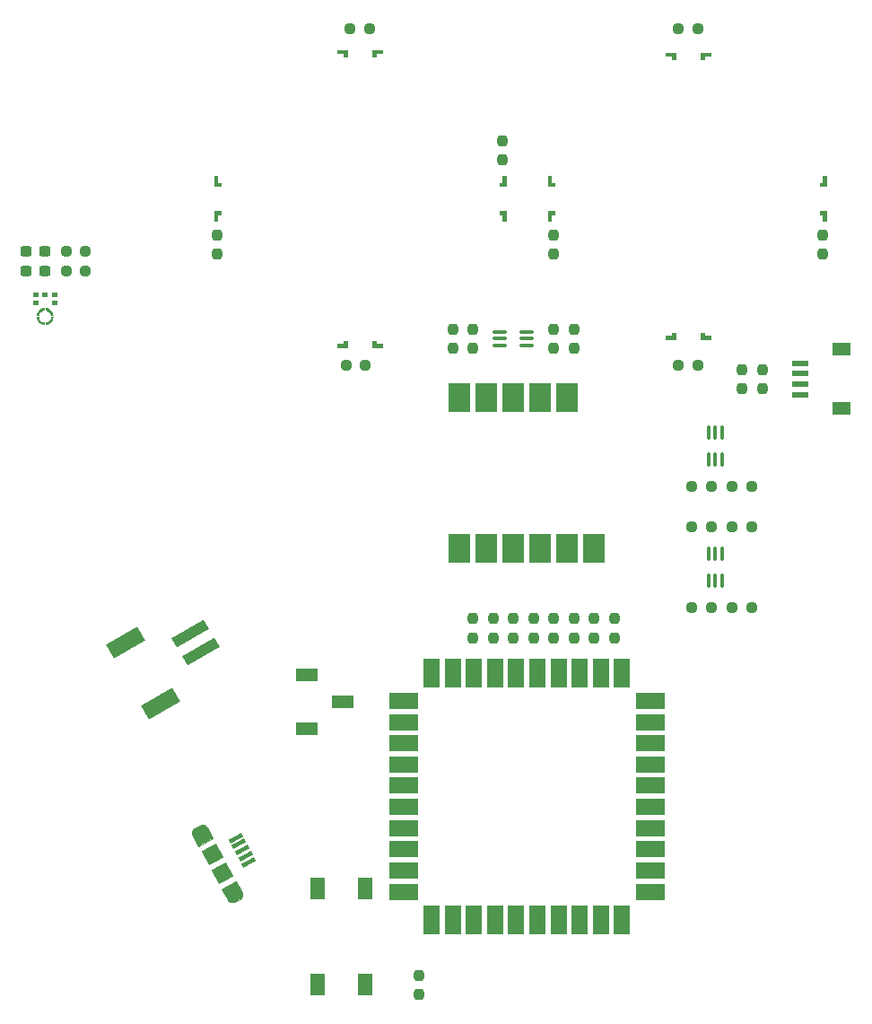
<source format=gbr>
%TF.GenerationSoftware,KiCad,Pcbnew,9.0.4*%
%TF.CreationDate,2025-09-26T18:44:48-06:00*%
%TF.ProjectId,crommeter,63726f6d-6d65-4746-9572-2e6b69636164,rev?*%
%TF.SameCoordinates,Original*%
%TF.FileFunction,Paste,Bot*%
%TF.FilePolarity,Positive*%
%FSLAX46Y46*%
G04 Gerber Fmt 4.6, Leading zero omitted, Abs format (unit mm)*
G04 Created by KiCad (PCBNEW 9.0.4) date 2025-09-26 18:44:48*
%MOMM*%
%LPD*%
G01*
G04 APERTURE LIST*
G04 Aperture macros list*
%AMRoundRect*
0 Rectangle with rounded corners*
0 $1 Rounding radius*
0 $2 $3 $4 $5 $6 $7 $8 $9 X,Y pos of 4 corners*
0 Add a 4 corners polygon primitive as box body*
4,1,4,$2,$3,$4,$5,$6,$7,$8,$9,$2,$3,0*
0 Add four circle primitives for the rounded corners*
1,1,$1+$1,$2,$3*
1,1,$1+$1,$4,$5*
1,1,$1+$1,$6,$7*
1,1,$1+$1,$8,$9*
0 Add four rect primitives between the rounded corners*
20,1,$1+$1,$2,$3,$4,$5,0*
20,1,$1+$1,$4,$5,$6,$7,0*
20,1,$1+$1,$6,$7,$8,$9,0*
20,1,$1+$1,$8,$9,$2,$3,0*%
%AMRotRect*
0 Rectangle, with rotation*
0 The origin of the aperture is its center*
0 $1 length*
0 $2 width*
0 $3 Rotation angle, in degrees counterclockwise*
0 Add horizontal line*
21,1,$1,$2,0,0,$3*%
G04 Aperture macros list end*
%ADD10C,0.010000*%
%ADD11C,0.000000*%
%ADD12RoundRect,0.237500X0.237500X-0.250000X0.237500X0.250000X-0.237500X0.250000X-0.237500X-0.250000X0*%
%ADD13RoundRect,0.237500X-0.237500X0.250000X-0.237500X-0.250000X0.237500X-0.250000X0.237500X0.250000X0*%
%ADD14R,1.549400X0.609600*%
%ADD15R,1.803400X1.193800*%
%ADD16RoundRect,0.237500X0.250000X0.237500X-0.250000X0.237500X-0.250000X-0.237500X0.250000X-0.237500X0*%
%ADD17RotRect,1.000000X3.500000X300.000000*%
%ADD18RotRect,1.500000X3.400000X300.000000*%
%ADD19R,1.397000X2.108200*%
%ADD20RoundRect,0.237500X-0.250000X-0.237500X0.250000X-0.237500X0.250000X0.237500X-0.250000X0.237500X0*%
%ADD21RoundRect,0.237500X0.300000X0.237500X-0.300000X0.237500X-0.300000X-0.237500X0.300000X-0.237500X0*%
%ADD22RoundRect,0.030000X0.620000X0.120000X-0.620000X0.120000X-0.620000X-0.120000X0.620000X-0.120000X0*%
%ADD23R,2.030000X1.270000*%
%ADD24RotRect,0.400000X1.350000X118.500000*%
%ADD25RotRect,1.500000X1.550000X118.500000*%
%ADD26RoundRect,0.030000X-0.120000X0.620000X-0.120000X-0.620000X0.120000X-0.620000X0.120000X0.620000X0*%
%ADD27R,1.500000X2.800000*%
%ADD28R,2.800000X1.500000*%
%ADD29R,2.000000X2.800000*%
G04 APERTURE END LIST*
D10*
%TO.C,D1*%
X120212000Y-64816000D02*
X119912000Y-64816000D01*
X119912000Y-64516000D01*
X119312000Y-64516000D01*
X119312000Y-64216000D01*
X120212000Y-64216000D01*
X120212000Y-64816000D01*
G36*
X120212000Y-64816000D02*
G01*
X119912000Y-64816000D01*
X119912000Y-64516000D01*
X119312000Y-64516000D01*
X119312000Y-64216000D01*
X120212000Y-64216000D01*
X120212000Y-64816000D01*
G37*
X123512000Y-64516000D02*
X122912000Y-64516000D01*
X122912000Y-64816000D01*
X122612000Y-64816000D01*
X122612000Y-64216000D01*
X123512000Y-64216000D01*
X123512000Y-64516000D01*
G36*
X123512000Y-64516000D02*
G01*
X122912000Y-64516000D01*
X122912000Y-64816000D01*
X122612000Y-64816000D01*
X122612000Y-64216000D01*
X123512000Y-64216000D01*
X123512000Y-64516000D01*
G37*
%TO.C,D6*%
X165400000Y-77032000D02*
X164800000Y-77032000D01*
X164800000Y-76732000D01*
X165100000Y-76732000D01*
X165100000Y-76132000D01*
X165400000Y-76132000D01*
X165400000Y-77032000D01*
G36*
X165400000Y-77032000D02*
G01*
X164800000Y-77032000D01*
X164800000Y-76732000D01*
X165100000Y-76732000D01*
X165100000Y-76132000D01*
X165400000Y-76132000D01*
X165400000Y-77032000D01*
G37*
X165400000Y-80332000D02*
X165100000Y-80332000D01*
X165100000Y-79732000D01*
X164800000Y-79732000D01*
X164800000Y-79432000D01*
X165400000Y-79432000D01*
X165400000Y-80332000D01*
G36*
X165400000Y-80332000D02*
G01*
X165100000Y-80332000D01*
X165100000Y-79732000D01*
X164800000Y-79732000D01*
X164800000Y-79432000D01*
X165400000Y-79432000D01*
X165400000Y-80332000D01*
G37*
%TO.C,MK1*%
G36*
X90544000Y-87071000D02*
G01*
X91044000Y-87071000D01*
X91044000Y-87493000D01*
X90544000Y-87493000D01*
X90544000Y-87071000D01*
G37*
G36*
X91044000Y-87893000D02*
G01*
X90544000Y-87893000D01*
X90544000Y-88315000D01*
X91044000Y-88315000D01*
X91044000Y-87893000D01*
G37*
G36*
X91944000Y-87071000D02*
G01*
X91444000Y-87071000D01*
X91444000Y-87493000D01*
X91944000Y-87493000D01*
X91944000Y-87071000D01*
G37*
G36*
X92344000Y-87893000D02*
G01*
X92844000Y-87893000D01*
X92844000Y-88315000D01*
X92344000Y-88315000D01*
X92344000Y-87893000D01*
G37*
G36*
X92844000Y-87071000D02*
G01*
X92344000Y-87071000D01*
X92344000Y-87493000D01*
X92844000Y-87493000D01*
X92844000Y-87071000D01*
G37*
D11*
G36*
X91154700Y-89515800D02*
G01*
X91196900Y-89619200D01*
X91258700Y-89712300D01*
X91337700Y-89791300D01*
X91430800Y-89853100D01*
X91534200Y-89895300D01*
X91644000Y-89916300D01*
X91644000Y-90167000D01*
X91478500Y-90139400D01*
X91322300Y-90078500D01*
X91181800Y-89986800D01*
X91063200Y-89868200D01*
X90971500Y-89727700D01*
X90910600Y-89571500D01*
X90883000Y-89406000D01*
X91133700Y-89406000D01*
X91154700Y-89515800D01*
G37*
G36*
X91644000Y-88795700D02*
G01*
X91534200Y-88816700D01*
X91430800Y-88858900D01*
X91337700Y-88920700D01*
X91258700Y-88999700D01*
X91196900Y-89092800D01*
X91154700Y-89196200D01*
X91133700Y-89306000D01*
X90883000Y-89306000D01*
X90910600Y-89140500D01*
X90971500Y-88984300D01*
X91063200Y-88843800D01*
X91181800Y-88725200D01*
X91322300Y-88633500D01*
X91478500Y-88572600D01*
X91644000Y-88545000D01*
X91644000Y-88795700D01*
G37*
G36*
X92477400Y-89571500D02*
G01*
X92416500Y-89727700D01*
X92324800Y-89868200D01*
X92206200Y-89986800D01*
X92065700Y-90078500D01*
X91909500Y-90139400D01*
X91744000Y-90167000D01*
X91744000Y-89916300D01*
X91853800Y-89895300D01*
X91957200Y-89853100D01*
X92050300Y-89791300D01*
X92129300Y-89712300D01*
X92191100Y-89619200D01*
X92233300Y-89515800D01*
X92254300Y-89406000D01*
X92505000Y-89406000D01*
X92477400Y-89571500D01*
G37*
G36*
X91909500Y-88572600D02*
G01*
X92065700Y-88633500D01*
X92206200Y-88725200D01*
X92324800Y-88843800D01*
X92416500Y-88984300D01*
X92477400Y-89140500D01*
X92505000Y-89306000D01*
X92254300Y-89306000D01*
X92233300Y-89196200D01*
X92191100Y-89092800D01*
X92129300Y-88999700D01*
X92050300Y-88920700D01*
X91957200Y-88858900D01*
X91853800Y-88816700D01*
X91744000Y-88795700D01*
X91744000Y-88545000D01*
X91909500Y-88572600D01*
G37*
D10*
%TO.C,D5*%
X151200000Y-65070000D02*
X150900000Y-65070000D01*
X150900000Y-64770000D01*
X150300000Y-64770000D01*
X150300000Y-64470000D01*
X151200000Y-64470000D01*
X151200000Y-65070000D01*
G36*
X151200000Y-65070000D02*
G01*
X150900000Y-65070000D01*
X150900000Y-64770000D01*
X150300000Y-64770000D01*
X150300000Y-64470000D01*
X151200000Y-64470000D01*
X151200000Y-65070000D01*
G37*
X154500000Y-64770000D02*
X153900000Y-64770000D01*
X153900000Y-65070000D01*
X153600000Y-65070000D01*
X153600000Y-64470000D01*
X154500000Y-64470000D01*
X154500000Y-64770000D01*
G36*
X154500000Y-64770000D02*
G01*
X153900000Y-64770000D01*
X153900000Y-65070000D01*
X153600000Y-65070000D01*
X153600000Y-64470000D01*
X154500000Y-64470000D01*
X154500000Y-64770000D01*
G37*
%TO.C,J1*%
X106560957Y-137311439D02*
X106586971Y-137313245D01*
X106612985Y-137315050D01*
X106639075Y-137319093D01*
X106664763Y-137324488D01*
X106690050Y-137331240D01*
X106714935Y-137339350D01*
X106739417Y-137348813D01*
X106763499Y-137359635D01*
X106786299Y-137372288D01*
X106809101Y-137384942D01*
X106831498Y-137398951D01*
X106852618Y-137414794D01*
X106872859Y-137431115D01*
X106892221Y-137447913D01*
X106910777Y-137467422D01*
X106927980Y-137486527D01*
X106944781Y-137506992D01*
X106959823Y-137528410D01*
X106973987Y-137550304D01*
X106987270Y-137572677D01*
X107533618Y-138578922D01*
X106171453Y-139318520D01*
X105625104Y-138312274D01*
X105613577Y-138288947D01*
X105602929Y-138265143D01*
X105593160Y-138240863D01*
X105585148Y-138215627D01*
X105578491Y-138190793D01*
X105572237Y-138164606D01*
X105568694Y-138139218D01*
X105566031Y-138113356D01*
X105564246Y-138087016D01*
X105564696Y-138060599D01*
X105566502Y-138034586D01*
X105568307Y-138008571D01*
X105572348Y-137982481D01*
X105577746Y-137956794D01*
X105584497Y-137931506D01*
X105592608Y-137906621D01*
X105602071Y-137882139D01*
X105612892Y-137858058D01*
X105625546Y-137835257D01*
X105638198Y-137812455D01*
X105652209Y-137790056D01*
X105668053Y-137768938D01*
X105684372Y-137748698D01*
X105701168Y-137729336D01*
X105720679Y-137710780D01*
X105739787Y-137693576D01*
X105760249Y-137676776D01*
X105781667Y-137661734D01*
X105803562Y-137647570D01*
X105825934Y-137634285D01*
X106309283Y-137371848D01*
X106332610Y-137360321D01*
X106356413Y-137349673D01*
X106380694Y-137339902D01*
X106405930Y-137331891D01*
X106430763Y-137325234D01*
X106456951Y-137318979D01*
X106482339Y-137315437D01*
X106508201Y-137312775D01*
X106534541Y-137310989D01*
X106560957Y-137311439D01*
G36*
X106560957Y-137311439D02*
G01*
X106586971Y-137313245D01*
X106612985Y-137315050D01*
X106639075Y-137319093D01*
X106664763Y-137324488D01*
X106690050Y-137331240D01*
X106714935Y-137339350D01*
X106739417Y-137348813D01*
X106763499Y-137359635D01*
X106786299Y-137372288D01*
X106809101Y-137384942D01*
X106831498Y-137398951D01*
X106852618Y-137414794D01*
X106872859Y-137431115D01*
X106892221Y-137447913D01*
X106910777Y-137467422D01*
X106927980Y-137486527D01*
X106944781Y-137506992D01*
X106959823Y-137528410D01*
X106973987Y-137550304D01*
X106987270Y-137572677D01*
X107533618Y-138578922D01*
X106171453Y-139318520D01*
X105625104Y-138312274D01*
X105613577Y-138288947D01*
X105602929Y-138265143D01*
X105593160Y-138240863D01*
X105585148Y-138215627D01*
X105578491Y-138190793D01*
X105572237Y-138164606D01*
X105568694Y-138139218D01*
X105566031Y-138113356D01*
X105564246Y-138087016D01*
X105564696Y-138060599D01*
X105566502Y-138034586D01*
X105568307Y-138008571D01*
X105572348Y-137982481D01*
X105577746Y-137956794D01*
X105584497Y-137931506D01*
X105592608Y-137906621D01*
X105602071Y-137882139D01*
X105612892Y-137858058D01*
X105625546Y-137835257D01*
X105638198Y-137812455D01*
X105652209Y-137790056D01*
X105668053Y-137768938D01*
X105684372Y-137748698D01*
X105701168Y-137729336D01*
X105720679Y-137710780D01*
X105739787Y-137693576D01*
X105760249Y-137676776D01*
X105781667Y-137661734D01*
X105803562Y-137647570D01*
X105825934Y-137634285D01*
X106309283Y-137371848D01*
X106332610Y-137360321D01*
X106356413Y-137349673D01*
X106380694Y-137339902D01*
X106405930Y-137331891D01*
X106430763Y-137325234D01*
X106456951Y-137318979D01*
X106482339Y-137315437D01*
X106508201Y-137312775D01*
X106534541Y-137310989D01*
X106560957Y-137311439D01*
G37*
X110274896Y-143627726D02*
X110286423Y-143651053D01*
X110297071Y-143674857D01*
X110306840Y-143699137D01*
X110314852Y-143724373D01*
X110321509Y-143749207D01*
X110327763Y-143775394D01*
X110331306Y-143800782D01*
X110333969Y-143826644D01*
X110335754Y-143852984D01*
X110335304Y-143879401D01*
X110333498Y-143905414D01*
X110331693Y-143931429D01*
X110327652Y-143957519D01*
X110322254Y-143983206D01*
X110315503Y-144008494D01*
X110307392Y-144033379D01*
X110297929Y-144057861D01*
X110287108Y-144081942D01*
X110274454Y-144104743D01*
X110261802Y-144127545D01*
X110247791Y-144149944D01*
X110231947Y-144171062D01*
X110215628Y-144191302D01*
X110198832Y-144210664D01*
X110179321Y-144229220D01*
X110160213Y-144246424D01*
X110139751Y-144263224D01*
X110118333Y-144278266D01*
X110096438Y-144292430D01*
X110074066Y-144305715D01*
X109590717Y-144568152D01*
X109567390Y-144579679D01*
X109543587Y-144590327D01*
X109519306Y-144600098D01*
X109494070Y-144608109D01*
X109469237Y-144614766D01*
X109443049Y-144621021D01*
X109417661Y-144624563D01*
X109391799Y-144627225D01*
X109365459Y-144629011D01*
X109339043Y-144628561D01*
X109313029Y-144626755D01*
X109287015Y-144624950D01*
X109260925Y-144620907D01*
X109235237Y-144615512D01*
X109209950Y-144608760D01*
X109185065Y-144600650D01*
X109160583Y-144591187D01*
X109136501Y-144580365D01*
X109113701Y-144567712D01*
X109090899Y-144555058D01*
X109068502Y-144541049D01*
X109047382Y-144525206D01*
X109027141Y-144508885D01*
X109007779Y-144492087D01*
X108989223Y-144472578D01*
X108972020Y-144453473D01*
X108955219Y-144433008D01*
X108940177Y-144411590D01*
X108926013Y-144389696D01*
X108912730Y-144367323D01*
X108366382Y-143361078D01*
X109728547Y-142621480D01*
X110274896Y-143627726D01*
G36*
X110274896Y-143627726D02*
G01*
X110286423Y-143651053D01*
X110297071Y-143674857D01*
X110306840Y-143699137D01*
X110314852Y-143724373D01*
X110321509Y-143749207D01*
X110327763Y-143775394D01*
X110331306Y-143800782D01*
X110333969Y-143826644D01*
X110335754Y-143852984D01*
X110335304Y-143879401D01*
X110333498Y-143905414D01*
X110331693Y-143931429D01*
X110327652Y-143957519D01*
X110322254Y-143983206D01*
X110315503Y-144008494D01*
X110307392Y-144033379D01*
X110297929Y-144057861D01*
X110287108Y-144081942D01*
X110274454Y-144104743D01*
X110261802Y-144127545D01*
X110247791Y-144149944D01*
X110231947Y-144171062D01*
X110215628Y-144191302D01*
X110198832Y-144210664D01*
X110179321Y-144229220D01*
X110160213Y-144246424D01*
X110139751Y-144263224D01*
X110118333Y-144278266D01*
X110096438Y-144292430D01*
X110074066Y-144305715D01*
X109590717Y-144568152D01*
X109567390Y-144579679D01*
X109543587Y-144590327D01*
X109519306Y-144600098D01*
X109494070Y-144608109D01*
X109469237Y-144614766D01*
X109443049Y-144621021D01*
X109417661Y-144624563D01*
X109391799Y-144627225D01*
X109365459Y-144629011D01*
X109339043Y-144628561D01*
X109313029Y-144626755D01*
X109287015Y-144624950D01*
X109260925Y-144620907D01*
X109235237Y-144615512D01*
X109209950Y-144608760D01*
X109185065Y-144600650D01*
X109160583Y-144591187D01*
X109136501Y-144580365D01*
X109113701Y-144567712D01*
X109090899Y-144555058D01*
X109068502Y-144541049D01*
X109047382Y-144525206D01*
X109027141Y-144508885D01*
X109007779Y-144492087D01*
X108989223Y-144472578D01*
X108972020Y-144453473D01*
X108955219Y-144433008D01*
X108940177Y-144411590D01*
X108926013Y-144389696D01*
X108912730Y-144367323D01*
X108366382Y-143361078D01*
X109728547Y-142621480D01*
X110274896Y-143627726D01*
G37*
%TO.C,D2*%
X135174000Y-77032000D02*
X134574000Y-77032000D01*
X134574000Y-76732000D01*
X134874000Y-76732000D01*
X134874000Y-76132000D01*
X135174000Y-76132000D01*
X135174000Y-77032000D01*
G36*
X135174000Y-77032000D02*
G01*
X134574000Y-77032000D01*
X134574000Y-76732000D01*
X134874000Y-76732000D01*
X134874000Y-76132000D01*
X135174000Y-76132000D01*
X135174000Y-77032000D01*
G37*
X135174000Y-80332000D02*
X134874000Y-80332000D01*
X134874000Y-79732000D01*
X134574000Y-79732000D01*
X134574000Y-79432000D01*
X135174000Y-79432000D01*
X135174000Y-80332000D01*
G36*
X135174000Y-80332000D02*
G01*
X134874000Y-80332000D01*
X134874000Y-79732000D01*
X134574000Y-79732000D01*
X134574000Y-79432000D01*
X135174000Y-79432000D01*
X135174000Y-80332000D01*
G37*
%TO.C,D8*%
X139446000Y-76732000D02*
X139746000Y-76732000D01*
X139746000Y-77032000D01*
X139146000Y-77032000D01*
X139146000Y-76132000D01*
X139446000Y-76132000D01*
X139446000Y-76732000D01*
G36*
X139446000Y-76732000D02*
G01*
X139746000Y-76732000D01*
X139746000Y-77032000D01*
X139146000Y-77032000D01*
X139146000Y-76132000D01*
X139446000Y-76132000D01*
X139446000Y-76732000D01*
G37*
X139746000Y-79732000D02*
X139446000Y-79732000D01*
X139446000Y-80332000D01*
X139146000Y-80332000D01*
X139146000Y-79432000D01*
X139746000Y-79432000D01*
X139746000Y-79732000D01*
G36*
X139746000Y-79732000D02*
G01*
X139446000Y-79732000D01*
X139446000Y-80332000D01*
X139146000Y-80332000D01*
X139146000Y-79432000D01*
X139746000Y-79432000D01*
X139746000Y-79732000D01*
G37*
%TO.C,D3*%
X120212000Y-92248000D02*
X119312000Y-92248000D01*
X119312000Y-91948000D01*
X119912000Y-91948000D01*
X119912000Y-91648000D01*
X120212000Y-91648000D01*
X120212000Y-92248000D01*
G36*
X120212000Y-92248000D02*
G01*
X119312000Y-92248000D01*
X119312000Y-91948000D01*
X119912000Y-91948000D01*
X119912000Y-91648000D01*
X120212000Y-91648000D01*
X120212000Y-92248000D01*
G37*
X122912000Y-91948000D02*
X123512000Y-91948000D01*
X123512000Y-92248000D01*
X122612000Y-92248000D01*
X122612000Y-91648000D01*
X122912000Y-91648000D01*
X122912000Y-91948000D01*
G36*
X122912000Y-91948000D02*
G01*
X123512000Y-91948000D01*
X123512000Y-92248000D01*
X122612000Y-92248000D01*
X122612000Y-91648000D01*
X122912000Y-91648000D01*
X122912000Y-91948000D01*
G37*
%TO.C,D7*%
X151200000Y-91486000D02*
X150300000Y-91486000D01*
X150300000Y-91186000D01*
X150900000Y-91186000D01*
X150900000Y-90886000D01*
X151200000Y-90886000D01*
X151200000Y-91486000D01*
G36*
X151200000Y-91486000D02*
G01*
X150300000Y-91486000D01*
X150300000Y-91186000D01*
X150900000Y-91186000D01*
X150900000Y-90886000D01*
X151200000Y-90886000D01*
X151200000Y-91486000D01*
G37*
X153900000Y-91186000D02*
X154500000Y-91186000D01*
X154500000Y-91486000D01*
X153600000Y-91486000D01*
X153600000Y-90886000D01*
X153900000Y-90886000D01*
X153900000Y-91186000D01*
G36*
X153900000Y-91186000D02*
G01*
X154500000Y-91186000D01*
X154500000Y-91486000D01*
X153600000Y-91486000D01*
X153600000Y-90886000D01*
X153900000Y-90886000D01*
X153900000Y-91186000D01*
G37*
%TO.C,D4*%
X107950000Y-76732000D02*
X108250000Y-76732000D01*
X108250000Y-77032000D01*
X107650000Y-77032000D01*
X107650000Y-76132000D01*
X107950000Y-76132000D01*
X107950000Y-76732000D01*
G36*
X107950000Y-76732000D02*
G01*
X108250000Y-76732000D01*
X108250000Y-77032000D01*
X107650000Y-77032000D01*
X107650000Y-76132000D01*
X107950000Y-76132000D01*
X107950000Y-76732000D01*
G37*
X108250000Y-79732000D02*
X107950000Y-79732000D01*
X107950000Y-80332000D01*
X107650000Y-80332000D01*
X107650000Y-79432000D01*
X108250000Y-79432000D01*
X108250000Y-79732000D01*
G36*
X108250000Y-79732000D02*
G01*
X107950000Y-79732000D01*
X107950000Y-80332000D01*
X107650000Y-80332000D01*
X107650000Y-79432000D01*
X108250000Y-79432000D01*
X108250000Y-79732000D01*
G37*
%TD*%
D12*
%TO.C,R27*%
X132080000Y-92352500D03*
X132080000Y-90527500D03*
%TD*%
%TO.C,R5*%
X141605000Y-119657500D03*
X141605000Y-117832500D03*
%TD*%
D13*
%TO.C,R30*%
X159385000Y-94337500D03*
X159385000Y-96162500D03*
%TD*%
D14*
%TO.C,J3*%
X162998500Y-93750000D03*
X162998500Y-94750001D03*
X162998500Y-95749999D03*
X162998500Y-96750000D03*
D15*
X166873501Y-92450001D03*
X166873501Y-98049999D03*
%TD*%
D16*
%TO.C,R17*%
X122324500Y-62230000D03*
X120499500Y-62230000D03*
%TD*%
D12*
%TO.C,R24*%
X165100000Y-83462500D03*
X165100000Y-81637500D03*
%TD*%
D17*
%TO.C,P1*%
X106422324Y-120973527D03*
X105422322Y-119241475D03*
D18*
X102617677Y-125883686D03*
X99267677Y-120081316D03*
%TD*%
D13*
%TO.C,R22*%
X141605000Y-90527500D03*
X141605000Y-92352500D03*
%TD*%
D19*
%TO.C,SW1*%
X121920000Y-152400000D03*
X121920000Y-143306800D03*
X117424200Y-152400000D03*
X117424200Y-143306800D03*
%TD*%
D16*
%TO.C,R23*%
X153312500Y-62230000D03*
X151487500Y-62230000D03*
%TD*%
D20*
%TO.C,R2*%
X93702500Y-85090000D03*
X95527500Y-85090000D03*
%TD*%
D16*
%TO.C,R13*%
X158392500Y-116840000D03*
X156567500Y-116840000D03*
%TD*%
D20*
%TO.C,R25*%
X151487500Y-93980000D03*
X153312500Y-93980000D03*
%TD*%
D16*
%TO.C,R16*%
X154582500Y-105410000D03*
X152757500Y-105410000D03*
%TD*%
%TO.C,R15*%
X158392500Y-105410000D03*
X156567500Y-105410000D03*
%TD*%
D20*
%TO.C,R1*%
X93702500Y-83185000D03*
X95527500Y-83185000D03*
%TD*%
D21*
%TO.C,C2*%
X91667500Y-83185000D03*
X89942500Y-83185000D03*
%TD*%
D12*
%TO.C,R4*%
X143510000Y-119657500D03*
X143510000Y-117832500D03*
%TD*%
D22*
%TO.C,Q3*%
X137165000Y-90790000D03*
X137165000Y-91440000D03*
X137165000Y-92090000D03*
X134615000Y-92090000D03*
X134615000Y-91440000D03*
X134615000Y-90790000D03*
%TD*%
D23*
%TO.C,J2*%
X116395000Y-123190000D03*
X119825000Y-125730000D03*
X116395000Y-128270000D03*
%TD*%
D24*
%TO.C,J1*%
X110921142Y-140836062D03*
X110610989Y-140264832D03*
X110300834Y-139693600D03*
X109990683Y-139122370D03*
X109680529Y-138551138D03*
D25*
X107472842Y-140091184D03*
X108427158Y-141848816D03*
%TD*%
D12*
%TO.C,R21*%
X139700000Y-92352500D03*
X139700000Y-90527500D03*
%TD*%
%TO.C,R3*%
X145415000Y-119657500D03*
X145415000Y-117832500D03*
%TD*%
D13*
%TO.C,R28*%
X130175000Y-90527500D03*
X130175000Y-92352500D03*
%TD*%
D16*
%TO.C,R12*%
X154582500Y-109220000D03*
X152757500Y-109220000D03*
%TD*%
D20*
%TO.C,R19*%
X120095000Y-93980000D03*
X121920000Y-93980000D03*
%TD*%
D16*
%TO.C,R11*%
X158392500Y-109220000D03*
X156567500Y-109220000D03*
%TD*%
D12*
%TO.C,R6*%
X139700000Y-119657500D03*
X139700000Y-117832500D03*
%TD*%
%TO.C,R10*%
X132080000Y-119657500D03*
X132080000Y-117832500D03*
%TD*%
%TO.C,R7*%
X137795000Y-119657500D03*
X137795000Y-117832500D03*
%TD*%
%TO.C,R8*%
X135890000Y-119657500D03*
X135890000Y-117832500D03*
%TD*%
D13*
%TO.C,R18*%
X134874000Y-72747500D03*
X134874000Y-74572500D03*
%TD*%
D26*
%TO.C,Q1*%
X154290000Y-111755000D03*
X154940000Y-111755000D03*
X155590000Y-111755000D03*
X155590000Y-114305000D03*
X154940000Y-114305000D03*
X154290000Y-114305000D03*
%TD*%
D27*
%TO.C,U1*%
X128160000Y-122970000D03*
X130160000Y-122970000D03*
X132160000Y-122970000D03*
X134160000Y-122970000D03*
X136160000Y-122970000D03*
X138160000Y-122970000D03*
X140160000Y-122970000D03*
X142160000Y-122970000D03*
X144160000Y-122970000D03*
X146160000Y-122970000D03*
D28*
X148810000Y-125620000D03*
X148810000Y-127620000D03*
X148810000Y-129620000D03*
X148810000Y-131620000D03*
X148810000Y-133620000D03*
X148810000Y-135620000D03*
X148810000Y-137620000D03*
X148810000Y-139620000D03*
X148810000Y-141620000D03*
X148810000Y-143620000D03*
D27*
X146160000Y-146270000D03*
X144160000Y-146270000D03*
X142160000Y-146270000D03*
X140160000Y-146270000D03*
X138160000Y-146270000D03*
X136160000Y-146270000D03*
X134160000Y-146270000D03*
X132160000Y-146270000D03*
X130160000Y-146270000D03*
X128160000Y-146270000D03*
D28*
X125510000Y-143620000D03*
X125510000Y-141620000D03*
X125510000Y-139620000D03*
X125510000Y-137620000D03*
X125510000Y-135620000D03*
X125510000Y-133620000D03*
X125510000Y-131620000D03*
X125510000Y-129620000D03*
X125510000Y-127620000D03*
X125510000Y-125620000D03*
%TD*%
D26*
%TO.C,Q2*%
X154290000Y-100325000D03*
X154940000Y-100325000D03*
X155590000Y-100325000D03*
X155590000Y-102875000D03*
X154940000Y-102875000D03*
X154290000Y-102875000D03*
%TD*%
D16*
%TO.C,R14*%
X154582500Y-116840000D03*
X152757500Y-116840000D03*
%TD*%
D21*
%TO.C,C1*%
X91667500Y-85090000D03*
X89942500Y-85090000D03*
%TD*%
D12*
%TO.C,R20*%
X107950000Y-83462500D03*
X107950000Y-81637500D03*
%TD*%
D13*
%TO.C,R31*%
X127000000Y-151487500D03*
X127000000Y-153312500D03*
%TD*%
D12*
%TO.C,R9*%
X133985000Y-119657500D03*
X133985000Y-117832500D03*
%TD*%
D29*
%TO.C,U2*%
X143510000Y-111240000D03*
X140970000Y-111240000D03*
X138430000Y-111240000D03*
X135890000Y-111240000D03*
X133350000Y-111240000D03*
X130810000Y-111240000D03*
X130810000Y-97040000D03*
X133350000Y-97040000D03*
X135890000Y-97040000D03*
X138430000Y-97040000D03*
X140970000Y-97040000D03*
%TD*%
D13*
%TO.C,R29*%
X157480000Y-94337500D03*
X157480000Y-96162500D03*
%TD*%
D12*
%TO.C,R26*%
X139700000Y-83462500D03*
X139700000Y-81637500D03*
%TD*%
M02*

</source>
